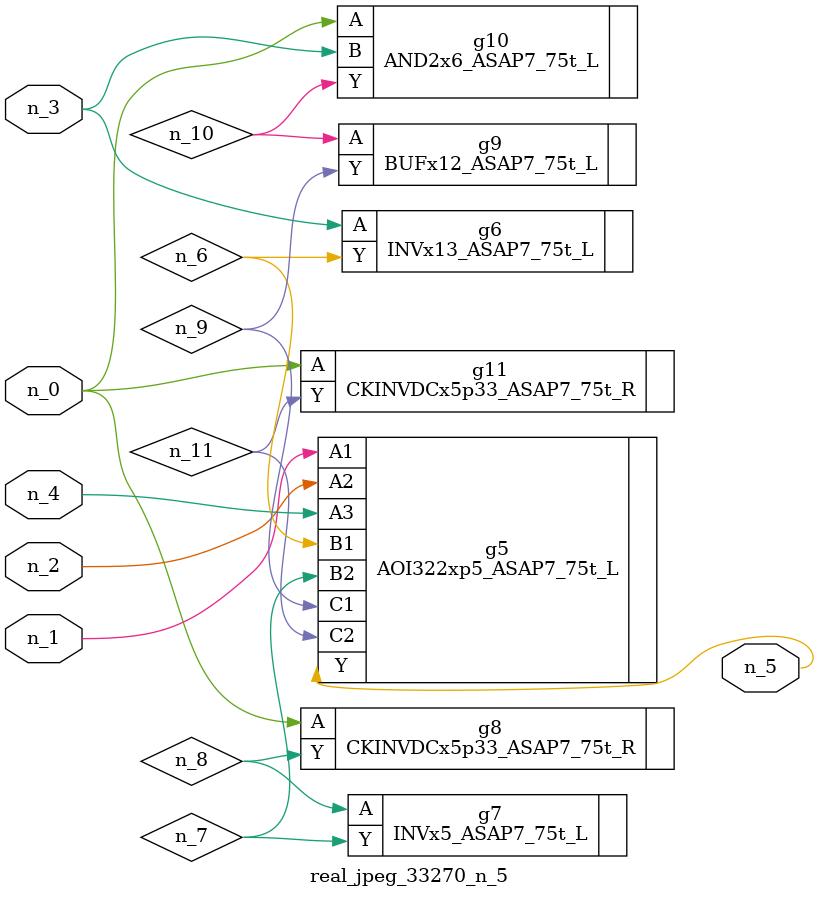
<source format=v>
module real_jpeg_33270_n_5 (n_4, n_0, n_1, n_2, n_3, n_5);

input n_4;
input n_0;
input n_1;
input n_2;
input n_3;

output n_5;

wire n_8;
wire n_11;
wire n_6;
wire n_7;
wire n_10;
wire n_9;

CKINVDCx5p33_ASAP7_75t_R g8 ( 
.A(n_0),
.Y(n_8)
);

AND2x6_ASAP7_75t_L g10 ( 
.A(n_0),
.B(n_3),
.Y(n_10)
);

CKINVDCx5p33_ASAP7_75t_R g11 ( 
.A(n_0),
.Y(n_11)
);

AOI322xp5_ASAP7_75t_L g5 ( 
.A1(n_1),
.A2(n_2),
.A3(n_4),
.B1(n_6),
.B2(n_7),
.C1(n_9),
.C2(n_11),
.Y(n_5)
);

INVx13_ASAP7_75t_L g6 ( 
.A(n_3),
.Y(n_6)
);

INVx5_ASAP7_75t_L g7 ( 
.A(n_8),
.Y(n_7)
);

BUFx12_ASAP7_75t_L g9 ( 
.A(n_10),
.Y(n_9)
);


endmodule
</source>
